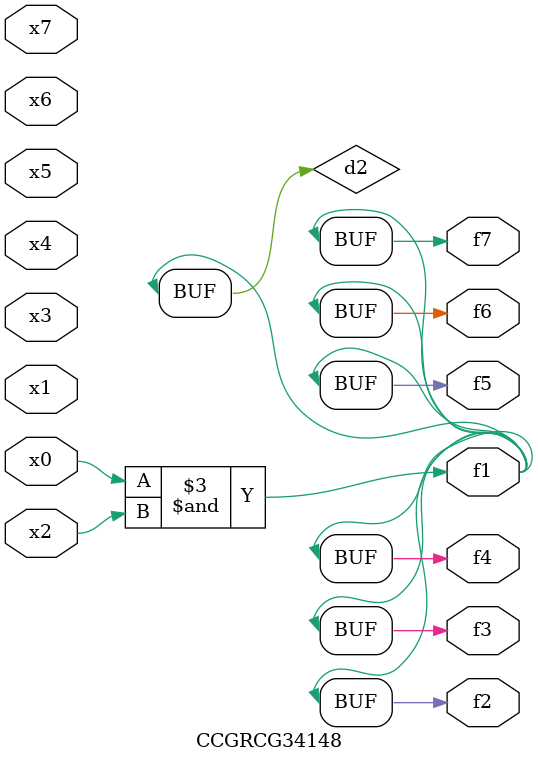
<source format=v>
module CCGRCG34148(
	input x0, x1, x2, x3, x4, x5, x6, x7,
	output f1, f2, f3, f4, f5, f6, f7
);

	wire d1, d2;

	nor (d1, x3, x6);
	and (d2, x0, x2);
	assign f1 = d2;
	assign f2 = d2;
	assign f3 = d2;
	assign f4 = d2;
	assign f5 = d2;
	assign f6 = d2;
	assign f7 = d2;
endmodule

</source>
